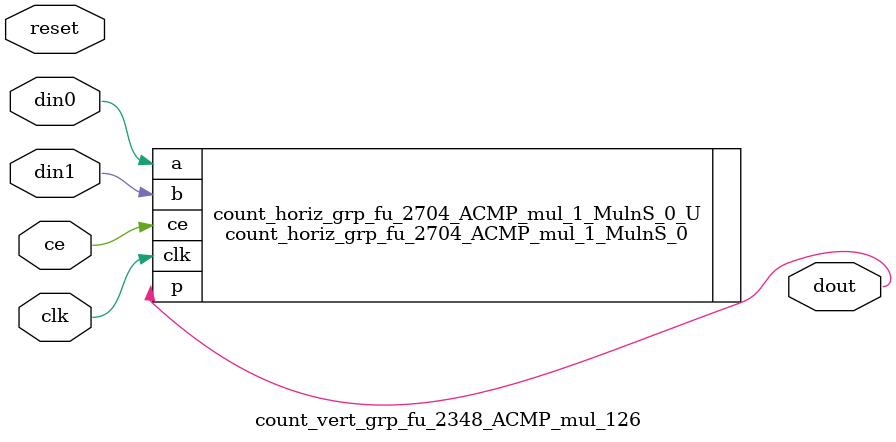
<source format=v>

`timescale 1 ns / 1 ps
module count_vert_grp_fu_2348_ACMP_mul_126(
    clk,
    reset,
    ce,
    din0,
    din1,
    dout);

parameter ID = 32'd1;
parameter NUM_STAGE = 32'd1;
parameter din0_WIDTH = 32'd1;
parameter din1_WIDTH = 32'd1;
parameter dout_WIDTH = 32'd1;
input clk;
input reset;
input ce;
input[din0_WIDTH - 1:0] din0;
input[din1_WIDTH - 1:0] din1;
output[dout_WIDTH - 1:0] dout;



count_horiz_grp_fu_2704_ACMP_mul_1_MulnS_0 count_horiz_grp_fu_2704_ACMP_mul_1_MulnS_0_U(
    .clk( clk ),
    .ce( ce ),
    .a( din0 ),
    .b( din1 ),
    .p( dout ));

endmodule

</source>
